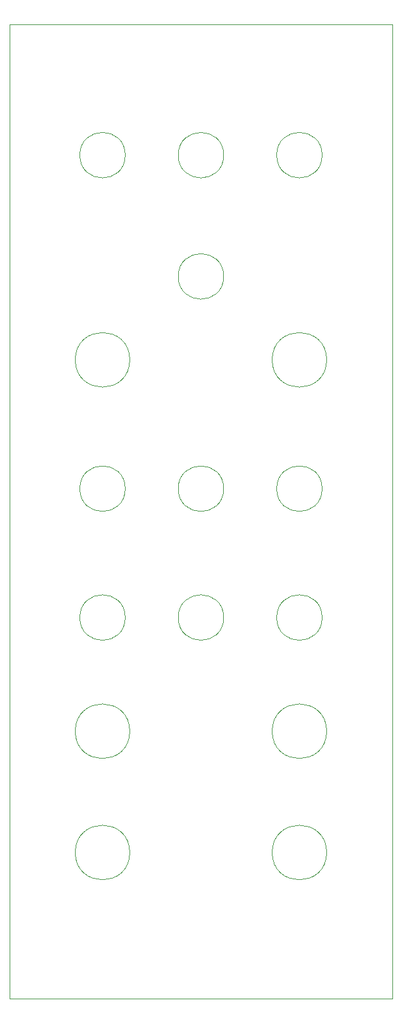
<source format=gm1>
%TF.GenerationSoftware,KiCad,Pcbnew,9.0.3*%
%TF.CreationDate,2026-01-03T16:37:14+00:00*%
%TF.ProjectId,state-variable-filter-faceplate,73746174-652d-4766-9172-6961626c652d,rev?*%
%TF.SameCoordinates,Original*%
%TF.FileFunction,Profile,NP*%
%FSLAX46Y46*%
G04 Gerber Fmt 4.6, Leading zero omitted, Abs format (unit mm)*
G04 Created by KiCad (PCBNEW 9.0.3) date 2026-01-03 16:37:14*
%MOMM*%
%LPD*%
G01*
G04 APERTURE LIST*
%TA.AperFunction,Profile*%
%ADD10C,0.050000*%
%TD*%
G04 APERTURE END LIST*
D10*
X111100000Y-85000000D02*
G75*
G02*
X103900000Y-85000000I-3600000J0D01*
G01*
X103900000Y-85000000D02*
G75*
G02*
X111100000Y-85000000I3600000J0D01*
G01*
X69250000Y-169250000D02*
X69250000Y-40750000D01*
X111100000Y-150000000D02*
G75*
G02*
X103900000Y-150000000I-3600000J0D01*
G01*
X103900000Y-150000000D02*
G75*
G02*
X111100000Y-150000000I3600000J0D01*
G01*
X97500000Y-119000000D02*
G75*
G02*
X91500000Y-119000000I-3000000J0D01*
G01*
X91500000Y-119000000D02*
G75*
G02*
X97500000Y-119000000I3000000J0D01*
G01*
X119750000Y-40750000D02*
X119750000Y-169250000D01*
X69250000Y-40750000D02*
X119750000Y-40750000D01*
X84500000Y-119000000D02*
G75*
G02*
X78500000Y-119000000I-3000000J0D01*
G01*
X78500000Y-119000000D02*
G75*
G02*
X84500000Y-119000000I3000000J0D01*
G01*
X84500000Y-102000000D02*
G75*
G02*
X78500000Y-102000000I-3000000J0D01*
G01*
X78500000Y-102000000D02*
G75*
G02*
X84500000Y-102000000I3000000J0D01*
G01*
X85100000Y-150000000D02*
G75*
G02*
X77900000Y-150000000I-3600000J0D01*
G01*
X77900000Y-150000000D02*
G75*
G02*
X85100000Y-150000000I3600000J0D01*
G01*
X97500000Y-102000000D02*
G75*
G02*
X91500000Y-102000000I-3000000J0D01*
G01*
X91500000Y-102000000D02*
G75*
G02*
X97500000Y-102000000I3000000J0D01*
G01*
X85100000Y-85000000D02*
G75*
G02*
X77900000Y-85000000I-3600000J0D01*
G01*
X77900000Y-85000000D02*
G75*
G02*
X85100000Y-85000000I3600000J0D01*
G01*
X85100000Y-134000000D02*
G75*
G02*
X77900000Y-134000000I-3600000J0D01*
G01*
X77900000Y-134000000D02*
G75*
G02*
X85100000Y-134000000I3600000J0D01*
G01*
X84500000Y-58000000D02*
G75*
G02*
X78500000Y-58000000I-3000000J0D01*
G01*
X78500000Y-58000000D02*
G75*
G02*
X84500000Y-58000000I3000000J0D01*
G01*
X97500000Y-58000000D02*
G75*
G02*
X91500000Y-58000000I-3000000J0D01*
G01*
X91500000Y-58000000D02*
G75*
G02*
X97500000Y-58000000I3000000J0D01*
G01*
X97500000Y-74000000D02*
G75*
G02*
X91500000Y-74000000I-3000000J0D01*
G01*
X91500000Y-74000000D02*
G75*
G02*
X97500000Y-74000000I3000000J0D01*
G01*
X110500000Y-119000000D02*
G75*
G02*
X104500000Y-119000000I-3000000J0D01*
G01*
X104500000Y-119000000D02*
G75*
G02*
X110500000Y-119000000I3000000J0D01*
G01*
X110500000Y-102000000D02*
G75*
G02*
X104500000Y-102000000I-3000000J0D01*
G01*
X104500000Y-102000000D02*
G75*
G02*
X110500000Y-102000000I3000000J0D01*
G01*
X110500000Y-58000000D02*
G75*
G02*
X104500000Y-58000000I-3000000J0D01*
G01*
X104500000Y-58000000D02*
G75*
G02*
X110500000Y-58000000I3000000J0D01*
G01*
X119750000Y-169250000D02*
X69250000Y-169250000D01*
X111100000Y-134000000D02*
G75*
G02*
X103900000Y-134000000I-3600000J0D01*
G01*
X103900000Y-134000000D02*
G75*
G02*
X111100000Y-134000000I3600000J0D01*
G01*
M02*

</source>
